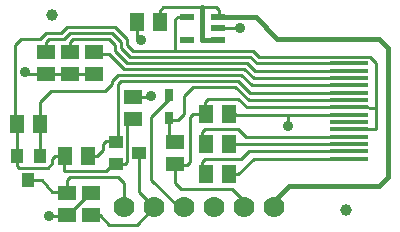
<source format=gbr>
G04 EAGLE Gerber RS-274X export*
G75*
%MOMM*%
%FSLAX34Y34*%
%LPD*%
%INBottom Copper*%
%IPPOS*%
%AMOC8*
5,1,8,0,0,1.08239X$1,22.5*%
G01*
%ADD10R,3.200000X0.350000*%
%ADD11C,1.000000*%
%ADD12R,1.300000X1.500000*%
%ADD13R,1.500000X1.300000*%
%ADD14R,1.200000X0.550000*%
%ADD15C,1.778000*%
%ADD16R,0.800000X1.000000*%
%ADD17R,1.000000X1.270000*%
%ADD18R,1.270000X1.000000*%
%ADD19C,0.254000*%
%ADD20C,0.908000*%
%ADD21C,0.406400*%


D10*
X297200Y63800D03*
X297200Y70000D03*
X297200Y76200D03*
X297200Y82400D03*
X297200Y88600D03*
X297200Y94800D03*
X297200Y101000D03*
X297200Y107200D03*
X297200Y113400D03*
X297200Y119600D03*
X297200Y125800D03*
X297200Y132000D03*
X297200Y138200D03*
X297200Y144400D03*
D11*
X45720Y185420D03*
X294640Y20320D03*
D12*
X175920Y50800D03*
X194920Y50800D03*
X175920Y76200D03*
X194920Y76200D03*
D13*
X114300Y116180D03*
X114300Y97180D03*
D12*
X194920Y101600D03*
X175920Y101600D03*
D13*
X40640Y135280D03*
X40640Y154280D03*
X60960Y135280D03*
X60960Y154280D03*
X81280Y135280D03*
X81280Y154280D03*
D14*
X185721Y183490D03*
X185721Y173990D03*
X185721Y164490D03*
X159719Y164490D03*
X159719Y183490D03*
D15*
X233500Y22540D03*
X208100Y22540D03*
X182700Y22540D03*
X157300Y22540D03*
X131900Y22540D03*
X106500Y22540D03*
D12*
X34900Y92710D03*
X15900Y92710D03*
X75540Y66040D03*
X56540Y66040D03*
D13*
X58420Y34900D03*
X58420Y15900D03*
X78740Y15900D03*
X78740Y34900D03*
D12*
X136500Y179070D03*
X117500Y179070D03*
D13*
X149860Y78080D03*
X149860Y59080D03*
D16*
X144780Y97950D03*
X144780Y117950D03*
D17*
X25400Y45880D03*
X34900Y65880D03*
X15900Y65880D03*
D18*
X119220Y68580D03*
X99220Y78080D03*
X99220Y59080D03*
D19*
X216200Y63800D02*
X297200Y63800D01*
X216200Y63800D02*
X203200Y50800D01*
X194920Y50800D01*
X212240Y70000D02*
X297200Y70000D01*
X212240Y70000D02*
X205740Y63500D01*
X175260Y63500D01*
X172720Y60960D01*
X172720Y51460D01*
X175920Y50800D01*
X194920Y76200D02*
X297200Y76200D01*
X297200Y82400D02*
X209700Y82400D01*
X203200Y88900D01*
X175260Y88900D01*
X172720Y86360D01*
X172720Y76860D01*
X175920Y76200D01*
X192980Y101000D02*
X194920Y101600D01*
X81280Y135280D02*
X60960Y135280D01*
X185721Y173990D02*
X204470Y173990D01*
X200660Y101600D02*
X194920Y101600D01*
X201260Y101000D02*
X245780Y101000D01*
X201260Y101000D02*
X200660Y101600D01*
X128880Y116180D02*
X114300Y116180D01*
X128880Y116180D02*
X129540Y116840D01*
X40640Y135280D02*
X24740Y135280D01*
X22860Y137160D01*
X40640Y135280D02*
X60960Y135280D01*
X117500Y166980D02*
X117500Y179070D01*
X117500Y166980D02*
X120650Y163830D01*
X243840Y91440D02*
X245110Y91440D01*
X243840Y91440D02*
X242570Y92710D01*
X245780Y101000D02*
X297200Y101000D01*
X245780Y101000D02*
X245110Y100330D01*
X245110Y91440D01*
D20*
X204470Y173990D03*
X120650Y163830D03*
X129540Y116840D03*
X22860Y137160D03*
X245110Y91440D03*
D19*
X217400Y138200D02*
X297200Y138200D01*
X217400Y138200D02*
X210820Y144780D01*
X109220Y144780D01*
X99060Y154940D01*
X99060Y160020D01*
X93980Y165100D01*
X63500Y165100D01*
X60960Y162560D01*
X60960Y154280D01*
X215980Y132000D02*
X297200Y132000D01*
X215980Y132000D02*
X208280Y139700D01*
X106680Y139700D01*
X93980Y152400D01*
X83160Y152400D01*
X81280Y154280D01*
X218820Y144400D02*
X297200Y144400D01*
X218820Y144400D02*
X213360Y149860D01*
X111760Y149860D01*
X104140Y157480D01*
X104140Y162560D01*
X96520Y170180D01*
X60960Y170180D01*
X55880Y165100D01*
X43180Y165100D01*
X40640Y162560D01*
X40640Y154280D01*
X211720Y113400D02*
X297200Y113400D01*
X211720Y113400D02*
X200660Y124460D01*
X165100Y124460D01*
X157480Y116840D01*
X157480Y101600D01*
X152400Y96520D01*
X145620Y96520D01*
X144780Y97950D01*
X144780Y83160D01*
X149860Y78080D01*
X55880Y67920D02*
X55880Y53340D01*
X56540Y66040D02*
X55880Y67920D01*
X165100Y101600D02*
X175920Y101600D01*
X165100Y101600D02*
X162560Y99060D01*
X162560Y60960D01*
X160020Y58420D01*
X150520Y58420D01*
X149860Y59080D01*
X208100Y28120D02*
X208100Y22540D01*
X208100Y28120D02*
X198120Y38100D01*
X154940Y38100D01*
X149860Y43180D01*
X149860Y59080D01*
X99220Y59080D02*
X97180Y59080D01*
X91440Y53340D01*
X55880Y53340D01*
X99220Y59080D02*
X107340Y59080D01*
X109220Y60960D01*
X109220Y92100D01*
X114300Y97180D01*
X210300Y107200D02*
X297200Y107200D01*
X210300Y107200D02*
X203200Y114300D01*
X177800Y114300D01*
X175260Y111760D01*
X175260Y102260D01*
X175920Y101600D01*
X159719Y183490D02*
X151740Y183490D01*
X149860Y181610D01*
X215900Y154940D02*
X220980Y149860D01*
X281940Y107200D02*
X297200Y107200D01*
X320040Y144780D02*
X314960Y149860D01*
X220980Y149860D01*
X57100Y67920D02*
X55880Y67920D01*
X15900Y86970D02*
X15900Y92710D01*
X13970Y88900D02*
X15900Y86970D01*
X13970Y88900D02*
X13970Y160020D01*
X19050Y165100D01*
X35560Y165100D01*
X40640Y170180D01*
X53340Y170180D01*
X58420Y175260D01*
X99060Y175260D01*
X109220Y165100D01*
X109220Y160020D01*
X114300Y154940D01*
X149860Y154940D01*
X215900Y154940D01*
X149860Y154940D02*
X149860Y181610D01*
X15900Y92710D02*
X15900Y65880D01*
X15900Y57760D01*
X17780Y55880D01*
X41910Y55880D01*
X45720Y59690D01*
X45720Y63500D01*
X48260Y66040D01*
X56540Y66040D01*
X297200Y88600D02*
X304500Y88600D01*
X320040Y88900D01*
X320040Y106680D02*
X320040Y144780D01*
X320040Y106680D02*
X320040Y88900D01*
X306820Y107200D02*
X297200Y107200D01*
X306820Y107200D02*
X320040Y106680D01*
X106500Y43360D02*
X106500Y22540D01*
X106500Y43360D02*
X101600Y48260D01*
X60960Y48260D01*
X58420Y45720D01*
X58420Y34900D01*
X36670Y45880D02*
X25400Y45880D01*
X36670Y45880D02*
X45720Y35560D01*
X57760Y35560D01*
X58420Y34900D01*
X78740Y15900D02*
X85700Y15900D01*
X93980Y7620D01*
X116980Y7620D01*
X131900Y22540D01*
X119220Y35220D02*
X119220Y68580D01*
X119220Y35220D02*
X131900Y22540D01*
X155260Y20000D02*
X157300Y22540D01*
X155260Y20000D02*
X129540Y45720D01*
X143940Y116840D02*
X144780Y117950D01*
X129540Y99060D02*
X129540Y45720D01*
X129540Y99060D02*
X144780Y114300D01*
X144780Y117950D01*
X34900Y92710D02*
X34900Y65880D01*
X214560Y125800D02*
X297200Y125800D01*
X214560Y125800D02*
X205740Y134620D01*
X101600Y134620D01*
X96520Y129540D01*
X96520Y127000D01*
X90170Y120650D01*
X44450Y120650D01*
X35560Y111760D01*
X35560Y87020D01*
X34900Y92710D01*
X213140Y119600D02*
X297200Y119600D01*
X213140Y119600D02*
X203200Y129540D01*
X104140Y129540D01*
X101600Y127000D01*
X83820Y66040D02*
X75540Y66040D01*
X83820Y66040D02*
X88900Y71120D01*
X88900Y76200D01*
X91440Y78740D01*
X98560Y78740D01*
X99220Y78080D01*
X101600Y80460D02*
X101600Y109220D01*
X101600Y127000D01*
X101600Y80460D02*
X99220Y78080D01*
X59080Y15900D02*
X58420Y15900D01*
X59080Y15900D02*
X73660Y30480D01*
X74320Y30480D01*
X78740Y34900D01*
D21*
X322580Y40640D02*
X330200Y48260D01*
X330200Y157480D01*
X322580Y165100D01*
X236220Y165100D01*
X217830Y183490D02*
X185721Y183490D01*
X217830Y183490D02*
X236220Y165100D01*
D19*
X57760Y15240D02*
X43180Y15240D01*
X57760Y15240D02*
X58420Y15900D01*
D21*
X246380Y40640D02*
X322580Y40640D01*
X246380Y40640D02*
X232410Y26670D01*
X232410Y21090D01*
X233500Y22540D01*
D19*
X136500Y179070D02*
X136500Y188570D01*
X139700Y191770D01*
X172720Y191770D02*
X184150Y191770D01*
X172720Y191770D02*
X139700Y191770D01*
X184150Y191770D02*
X186690Y189230D01*
X186690Y184459D01*
X185721Y183490D01*
D21*
X185721Y164490D02*
X172720Y164490D01*
X172720Y191770D01*
D20*
X43180Y15240D03*
M02*

</source>
